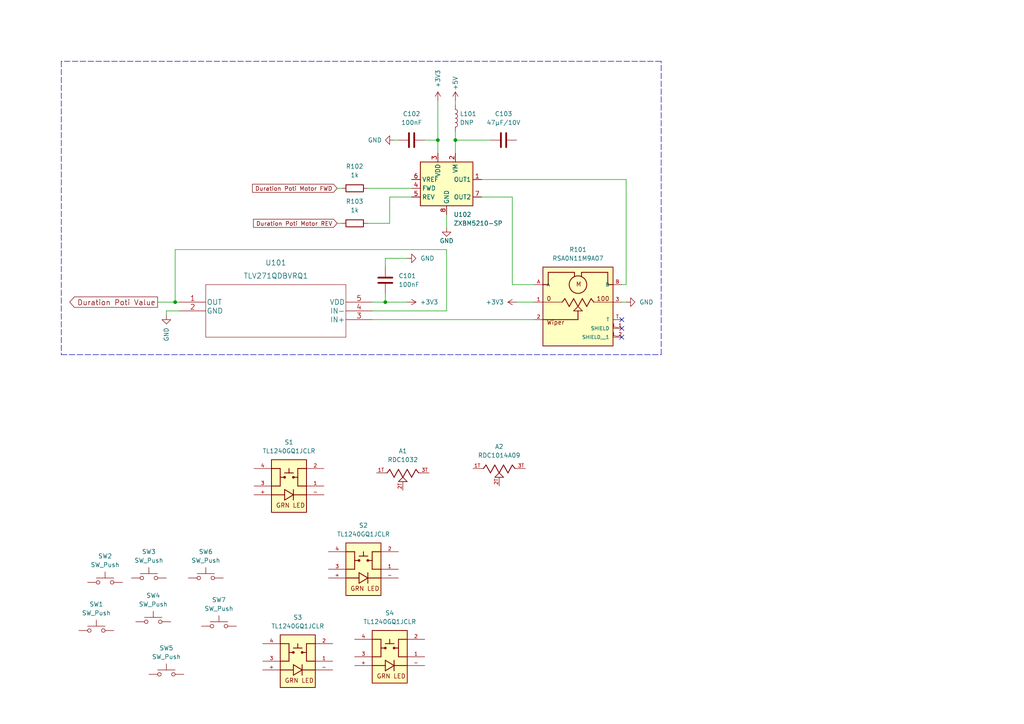
<source format=kicad_sch>
(kicad_sch (version 20211123) (generator eeschema)
  (paper "A4")
  (title_block (title "Winamp") (date "2023-04-05") (rev "1.0") (comment 1 "MIT") (comment 2 "Copyright (©) 2023, André Fiedler <mail@andrefiedler.de>"))
  (lib_symbols
    (symbol "Device:C" (pin_numbers hide) (pin_names (offset 0.254))
      (property "Reference" "C" (at 0.635 2.54 0))
      (property "Value" "C" (at 0.635 -2.54 0))
      (symbol "C_0_1"
        (polyline (pts (xy -2.032 -0.762) (xy 2.032 -0.762)) (stroke (width 0.508)))
        (polyline (pts (xy -2.032 0.762) (xy 2.032 0.762)) (stroke (width 0.508)))
      )
      (symbol "C_1_1"
        (pin passive line (at 0 3.81 270) (length 2.794) (name "~") (number "1"))
        (pin passive line (at 0 -3.81 90) (length 2.794) (name "~") (number "2"))
      )
    )
    (symbol "Device:L" (pin_numbers hide) (pin_names (offset 1.016) hide)
      (property "Reference" "L" (at -1.27 0 90))
      (property "Value" "L" (at 1.905 0 90))
      (symbol "L_0_1"
        (arc (start 0 -2.54) (mid 0.635 -1.905) (end 0 -1.27))
        (arc (start 0 -1.27) (mid 0.635 -0.635) (end 0 0))
        (arc (start 0 0) (mid 0.635 0.635) (end 0 1.27))
        (arc (start 0 1.27) (mid 0.635 1.905) (end 0 2.54))
      )
      (symbol "L_1_1"
        (pin passive line (at 0 3.81 270) (length 1.27) (name "1") (number "1"))
        (pin passive line (at 0 -3.81 90) (length 1.27) (name "2") (number "2"))
      )
    )
    (symbol "Device:R" (pin_numbers hide) (pin_names (offset 0))
      (property "Reference" "R" (at 2.032 0 90))
      (property "Value" "R" (at 0 0 90))
      (symbol "R_0_1"
        (rectangle (start -1.016 -2.54) (end 1.016 2.54) (stroke (width 0.254)))
      )
      (symbol "R_1_1"
        (pin passive line (at 0 3.81 270) (length 1.27) (name "~") (number "1"))
        (pin passive line (at 0 -3.81 90) (length 1.27) (name "~") (number "2"))
      )
    )
    (symbol "Driver_Motor:ZXBM5210-SP"
      (property "Reference" "U" (at -7.62 8.89 0))
      (property "Value" "ZXBM5210-SP" (at 10.16 8.89 0))
      (symbol "ZXBM5210-SP_0_0"
        (pin output line (at 10.16 2.54 180) (length 2.54) (name "OUT1") (number "1"))
        (pin power_in line (at 2.54 10.16 270) (length 2.54) (name "VM") (number "2"))
        (pin power_in line (at -2.54 10.16 270) (length 2.54) (name "VDD") (number "3"))
        (pin input line (at -10.16 0 0) (length 2.54) (name "FWD") (number "4"))
        (pin input line (at -10.16 -2.54 0) (length 2.54) (name "REV") (number "5"))
        (pin input line (at -10.16 2.54 0) (length 2.54) (name "VREF") (number "6"))
        (pin output line (at 10.16 -2.54 180) (length 2.54) (name "OUT2") (number "7"))
        (pin power_in line (at 0 -7.62 90) (length 2.54) (name "GND") (number "8"))
        (pin passive line (at 0 -7.62 90) (length 2.54) hide (name "GND") (number "9"))
      )
      (symbol "ZXBM5210-SP_0_1"
        (rectangle (start -7.62 7.62) (end 7.62 -5.08) (stroke (width 0.254)) (fill (type background)))
      )
    )
    (symbol "RDC1014A09:RDC1014A09" (pin_names (offset 1.016))
      (property "Reference" "A" (at -5.08 5.08 0))
      (property "Value" "RDC1014A09" (at -5.08 2.54 0))
      (symbol "RDC1014A09_0_0"
        (polyline (pts (xy -5.08 0) (xy -4.572 0)) (stroke (width 0.1524)))
        (polyline (pts (xy -4.572 0) (xy -3.81 1.016)) (stroke (width 0.254)))
        (polyline (pts (xy -3.81 1.016) (xy -2.54 -1.27)) (stroke (width 0.254)))
        (polyline (pts (xy -2.54 -1.27) (xy -1.27 1.016)) (stroke (width 0.254)))
        (polyline (pts (xy -1.27 -2.54) (xy 0 -1.27)) (stroke (width 0.2032)))
        (polyline (pts (xy -1.27 1.016) (xy 0 -1.27)) (stroke (width 0.254)))
        (polyline (pts (xy 0 -1.27) (xy 1.27 -2.54)) (stroke (width 0.2032)))
        (polyline (pts (xy 0 -1.27) (xy 1.27 1.016)) (stroke (width 0.254)))
        (polyline (pts (xy 1.27 -2.54) (xy -1.27 -2.54)) (stroke (width 0.2032)))
        (polyline (pts (xy 1.27 1.016) (xy 2.54 -1.27)) (stroke (width 0.254)))
        (polyline (pts (xy 2.54 -1.27) (xy 3.81 1.016)) (stroke (width 0.254)))
        (polyline (pts (xy 3.81 1.016) (xy 4.572 0)) (stroke (width 0.254)))
        (polyline (pts (xy 4.572 0) (xy 5.08 0)) (stroke (width 0.1524)))
        (pin passive line (at -7.62 0 0) (length 2.54) (name "~") (number "1T"))
        (pin passive line (at 0 -5.08 90) (length 2.54) (name "~") (number "2T"))
        (pin passive line (at 7.62 0 180) (length 2.54) (name "~") (number "3T"))
      )
    )
    (symbol "RDC1032:RDC1032" (pin_names (offset 1.016))
      (property "Reference" "A" (at -5.08 5.08 0))
      (property "Value" "RDC1032" (at -5.08 2.54 0))
      (symbol "RDC1032_0_0"
        (polyline (pts (xy -5.08 0) (xy -4.572 0)) (stroke (width 0.1524)))
        (polyline (pts (xy -4.572 0) (xy -3.81 1.016)) (stroke (width 0.254)))
        (polyline (pts (xy -3.81 1.016) (xy -2.54 -1.27)) (stroke (width 0.254)))
        (polyline (pts (xy -2.54 -1.27) (xy -1.27 1.016)) (stroke (width 0.254)))
        (polyline (pts (xy -1.27 -2.54) (xy 0 -1.27)) (stroke (width 0.2032)))
        (polyline (pts (xy -1.27 1.016) (xy 0 -1.27)) (stroke (width 0.254)))
        (polyline (pts (xy 0 -1.27) (xy 1.27 -2.54)) (stroke (width 0.2032)))
        (polyline (pts (xy 0 -1.27) (xy 1.27 1.016)) (stroke (width 0.254)))
        (polyline (pts (xy 1.27 -2.54) (xy -1.27 -2.54)) (stroke (width 0.2032)))
        (polyline (pts (xy 1.27 1.016) (xy 2.54 -1.27)) (stroke (width 0.254)))
        (polyline (pts (xy 2.54 -1.27) (xy 3.81 1.016)) (stroke (width 0.254)))
        (polyline (pts (xy 3.81 1.016) (xy 4.572 0)) (stroke (width 0.254)))
        (polyline (pts (xy 4.572 0) (xy 5.08 0)) (stroke (width 0.1524)))
        (pin passive line (at -7.62 0 0) (length 2.54) (name "~") (number "1T"))
        (pin passive line (at 0 -5.08 90) (length 2.54) (name "~") (number "2T"))
        (pin passive line (at 7.62 0 180) (length 2.54) (name "~") (number "3T"))
      )
    )
    (symbol "RSA0N11M9A07:RSA0N11M9A07" (pin_names (offset 1.016))
      (property "Reference" "R" (at -10.16 12.192 0))
      (property "Value" "RSA0N11M9A07" (at -10.16 -14.732 0))
      (symbol "RSA0N11M9A07_0_0"
        (rectangle (start -10.16 -12.7) (end 10.16 10.16) (stroke (width 0.254)) (fill (type background)))
        (polyline (pts (xy -10.16 0) (xy -4.572 0)) (stroke (width 0.1524)))
        (polyline (pts (xy -10.16 5.08) (xy -8.636 5.08)) (stroke (width 0.254)))
        (polyline (pts (xy -8.636 5.08) (xy -8.636 8.636)) (stroke (width 0.254)))
        (polyline (pts (xy -8.636 8.636) (xy -1.016 8.636)) (stroke (width 0.254)))
        (polyline (pts (xy -4.572 0) (xy -3.81 1.016)) (stroke (width 0.254)))
        (polyline (pts (xy -3.81 1.016) (xy -2.54 -1.27)) (stroke (width 0.254)))
        (polyline (pts (xy -2.54 -1.27) (xy -1.27 1.016)) (stroke (width 0.254)))
        (polyline (pts (xy -1.27 -2.54) (xy 0 -1.27)) (stroke (width 0.2032)))
        (polyline (pts (xy -1.27 1.016) (xy 0 -1.27)) (stroke (width 0.254)))
        (polyline (pts (xy -1.016 8.636) (xy -1.016 7.366)) (stroke (width 0.254)))
        (polyline (pts (xy 0 -5.08) (xy -10.16 -5.08)) (stroke (width 0.254)))
        (polyline (pts (xy 0 -2.54) (xy -1.27 -2.54)) (stroke (width 0.2032)))
        (polyline (pts (xy 0 -2.54) (xy 0 -5.08)) (stroke (width 0.254)))
        (polyline (pts (xy 0 -1.27) (xy 1.27 -2.54)) (stroke (width 0.2032)))
        (polyline (pts (xy 0 -1.27) (xy 1.27 1.016)) (stroke (width 0.254)))
        (polyline (pts (xy 1.016 7.366) (xy 1.016 8.636)) (stroke (width 0.254)))
        (polyline (pts (xy 1.016 8.636) (xy 8.636 8.636)) (stroke (width 0.254)))
        (polyline (pts (xy 1.27 -2.54) (xy 0 -2.54)) (stroke (width 0.2032)))
        (polyline (pts (xy 1.27 1.016) (xy 2.54 -1.27)) (stroke (width 0.254)))
        (polyline (pts (xy 2.54 -1.27) (xy 3.81 1.016)) (stroke (width 0.254)))
        (polyline (pts (xy 3.81 1.016) (xy 4.572 0)) (stroke (width 0.254)))
        (polyline (pts (xy 4.572 0) (xy 10.16 0)) (stroke (width 0.1524)))
        (polyline (pts (xy 8.636 5.08) (xy 10.16 5.08)) (stroke (width 0.254)))
        (polyline (pts (xy 8.636 8.636) (xy 8.636 5.08)) (stroke (width 0.254)))
        (circle (center 0 5.08) (radius 2.54) (stroke (width 0.254)))
        (text "0" (at -9.144 0.254 0) (effects (font (size 1.27 1.27)) (justify left bottom)))
        (text "100" (at 5.334 0.254 0) (effects (font (size 1.27 1.27)) (justify left bottom)))
        (text "M" (at -0.635 4.445 0) (effects (font (size 1.27 1.27)) (justify left bottom)))
        (text "Wiper" (at -9.144 -6.604 0) (effects (font (size 1.27 1.27)) (justify left bottom)))
        (pin passive line (at -12.7 0 0) (length 2.54) (name "~") (number "1"))
        (pin passive line (at -12.7 -5.08 0) (length 2.54) (name "~") (number "2"))
        (pin passive line (at 12.7 0 180) (length 2.54) (name "~") (number "3"))
        (pin passive line (at -12.7 5.08 0) (length 2.54) (name "A") (number "A"))
        (pin passive line (at 12.7 5.08 180) (length 2.54) (name "B") (number "B"))
        (pin passive line (at 12.7 -7.62 180) (length 2.54) (name "SHIELD") (number "L_1"))
        (pin passive line (at 12.7 -10.16 180) (length 2.54) (name "SHIELD__1") (number "L_2"))
        (pin passive line (at 12.7 -5.08 180) (length 2.54) (name "T") (number "T"))
      )
    )
    (symbol "Switch:SW_Push" (pin_numbers hide) (pin_names (offset 1.016) hide)
      (property "Reference" "SW" (at 1.27 2.54 0))
      (property "Value" "SW_Push" (at 0 -1.524 0))
      (symbol "SW_Push_0_1"
        (circle (center -2.032 0) (radius 0.508))
        (polyline (pts (xy 0 1.27) (xy 0 3.048)))
        (polyline (pts (xy 2.54 1.27) (xy -2.54 1.27)))
        (circle (center 2.032 0) (radius 0.508))
        (pin passive line (at -5.08 0 0) (length 2.54) (name "1") (number "1"))
        (pin passive line (at 5.08 0 180) (length 2.54) (name "2") (number "2"))
      )
    )
    (symbol "TL1240GQ1JCLR:TL1240GQ1JCLR" (pin_names (offset 1.016))
      (property "Reference" "S" (at -5.08 8.382 0))
      (property "Value" "TL1240GQ1JCLR" (at -5.08 -10.16 0))
      (symbol "TL1240GQ1JCLR_0_0"
        (rectangle (start -5.08 -7.62) (end 5.08 7.62) (stroke (width 0.254)) (fill (type background)))
        (circle (center -1.27 2.54) (radius 0.254) (stroke (width 0.254)))
        (polyline (pts (xy -5.08 -2.54) (xy -1.27 -2.54)) (stroke (width 0.254)))
        (polyline (pts (xy -5.08 0) (xy -2.54 0)) (stroke (width 0.254)))
        (polyline (pts (xy -5.08 5.08) (xy -2.54 5.08)) (stroke (width 0.254)))
        (polyline (pts (xy -2.54 0) (xy -2.54 2.54)) (stroke (width 0.254)))
        (polyline (pts (xy -2.54 2.54) (xy -2.54 5.08)) (stroke (width 0.254)))
        (polyline (pts (xy -2.54 2.54) (xy -1.27 2.54)) (stroke (width 0.254)))
        (polyline (pts (xy -1.27 -4.064) (xy -1.27 -1.016)) (stroke (width 0.254)))
        (polyline (pts (xy -1.27 -1.016) (xy 1.27 -2.54)) (stroke (width 0.254)))
        (polyline (pts (xy -1.27 3.81) (xy 0 3.81)) (stroke (width 0.254)))
        (polyline (pts (xy 0 3.81) (xy 0 5.08)) (stroke (width 0.254)))
        (polyline (pts (xy 0 3.81) (xy 1.27 3.81)) (stroke (width 0.254)))
        (polyline (pts (xy 1.27 -4.064) (xy 1.27 -2.54)) (stroke (width 0.254)))
        (polyline (pts (xy 1.27 -2.54) (xy -1.27 -4.064)) (stroke (width 0.254)))
        (polyline (pts (xy 1.27 -2.54) (xy 1.27 -1.016)) (stroke (width 0.254)))
        (polyline (pts (xy 1.27 2.54) (xy 2.54 2.54)) (stroke (width 0.254)))
        (polyline (pts (xy 2.54 0) (xy 2.54 2.54)) (stroke (width 0.254)))
        (polyline (pts (xy 2.54 0) (xy 5.08 0)) (stroke (width 0.254)))
        (polyline (pts (xy 2.54 2.54) (xy 2.54 5.08)) (stroke (width 0.254)))
        (polyline (pts (xy 2.54 5.08) (xy 5.08 5.08)) (stroke (width 0.254)))
        (polyline (pts (xy 5.08 -2.54) (xy 1.27 -2.54)) (stroke (width 0.254)))
        (circle (center 1.27 2.54) (radius 0.254) (stroke (width 0.254)))
        (text "GRN LED" (at -3.81 -6.35 0) (effects (font (size 1.27 1.27)) (justify left bottom)))
        (pin passive line (at -10.16 -2.54 0) (length 5.08) (name "~") (number "+"))
        (pin passive line (at 10.16 -2.54 180) (length 5.08) (name "~") (number "-"))
        (pin passive line (at 10.16 0 180) (length 5.08) (name "~") (number "1"))
        (pin passive line (at 10.16 5.08 180) (length 5.08) (name "~") (number "2"))
        (pin passive line (at -10.16 0 0) (length 5.08) (name "~") (number "3"))
        (pin passive line (at -10.16 5.08 0) (length 5.08) (name "~") (number "4"))
      )
    )
    (symbol "TLV271QDBVRQ1:TLV271QDBVRQ1" (pin_names (offset 0.254))
      (property "Reference" "U" (at 27.94 10.16 0))
      (property "Value" "TLV271QDBVRQ1" (at 27.94 7.62 0))
      (symbol "TLV271QDBVRQ1_1_1"
        (polyline (pts (xy 7.62 -10.16) (xy 48.26 -10.16)) (stroke (width 0.127)))
        (polyline (pts (xy 7.62 5.08) (xy 7.62 -10.16)) (stroke (width 0.127)))
        (polyline (pts (xy 48.26 -10.16) (xy 48.26 5.08)) (stroke (width 0.127)))
        (polyline (pts (xy 48.26 5.08) (xy 7.62 5.08)) (stroke (width 0.127)))
        (pin output line (at 0 0 0) (length 7.62) (name "OUT") (number "1"))
        (pin power_in line (at 0 -2.54 0) (length 7.62) (name "GND") (number "2"))
        (pin input line (at 55.88 -5.08 180) (length 7.62) (name "IN+") (number "3"))
        (pin input line (at 55.88 -2.54 180) (length 7.62) (name "IN-") (number "4"))
        (pin power_in line (at 55.88 0 180) (length 7.62) (name "VDD") (number "5"))
      )
    )
    (symbol "power:+3.3V" (power) (pin_names (offset 0))
      (property "Value" "+3.3V" (at 0 3.556 0))
      (symbol "+3.3V_0_1"
        (polyline (pts (xy -0.762 1.27) (xy 0 2.54)))
        (polyline (pts (xy 0 0) (xy 0 2.54)))
        (polyline (pts (xy 0 2.54) (xy 0.762 1.27)))
      )
      (symbol "+3.3V_1_1"
        (pin power_in line (at 0 0 90) (length 0) hide (name "+3V3") (number "1"))
      )
    )
    (symbol "power:+5V" (power) (pin_names (offset 0))
      (property "Value" "+5V" (at 0 3.556 0))
      (symbol "+5V_0_1"
        (polyline (pts (xy -0.762 1.27) (xy 0 2.54)))
        (polyline (pts (xy 0 0) (xy 0 2.54)))
        (polyline (pts (xy 0 2.54) (xy 0.762 1.27)))
      )
      (symbol "+5V_1_1"
        (pin power_in line (at 0 0 90) (length 0) hide (name "+5V") (number "1"))
      )
    )
    (symbol "power:GND" (power) (pin_names (offset 0))
      (property "Value" "GND" (at 0 -3.81 0))
      (symbol "GND_0_1"
        (polyline (pts (xy 0 0) (xy 0 -1.27) (xy 1.27 -1.27) (xy 0 -2.54) (xy -1.27 -1.27) (xy 0 -1.27)))
      )
      (symbol "GND_1_1"
        (pin power_in line (at 0 0 270) (length 0) hide (name "GND") (number "1"))
      )
    )
  )
  (junction (at 127 40.64))
  (junction (at 111.76 87.63))
  (junction (at 50.8 87.63))
  (junction (at 132.08 40.64))
  (no_connect (at 180.34 95.25))
  (no_connect (at 180.34 97.79))
  (no_connect (at 180.34 92.71))
  (wire (pts (xy 48.26 90.17) (xy 48.26 91.44)))
  (wire (pts (xy 129.54 62.23) (xy 129.54 66.04)))
  (wire (pts (xy 50.8 72.39) (xy 50.8 87.63)))
  (wire (pts (xy 129.54 90.17) (xy 107.95 90.17)))
  (wire (pts (xy 180.34 87.63) (xy 181.61 87.63)))
  (polyline (pts (xy 17.78 102.87) (xy 191.77 102.87)))
  (wire (pts (xy 114.3 40.64) (xy 115.57 40.64)))
  (wire (pts (xy 119.38 57.15) (xy 113.03 57.15)))
  (wire (pts (xy 107.95 92.71) (xy 154.94 92.71)))
  (wire (pts (xy 132.08 29.21) (xy 132.08 30.48)))
  (wire (pts (xy 127 40.64) (xy 127 44.45)))
  (wire (pts (xy 111.76 85.09) (xy 111.76 87.63)))
  (wire (pts (xy 99.06 54.61) (xy 97.79 54.61)))
  (wire (pts (xy 139.7 52.07) (xy 181.61 52.07)))
  (wire (pts (xy 111.76 87.63) (xy 118.11 87.63)))
  (wire (pts (xy 113.03 64.77) (xy 106.68 64.77)))
  (wire (pts (xy 148.59 57.15) (xy 148.59 82.55)))
  (wire (pts (xy 52.07 90.17) (xy 48.26 90.17)))
  (wire (pts (xy 118.11 74.93) (xy 111.76 74.93)))
  (wire (pts (xy 113.03 57.15) (xy 113.03 64.77)))
  (wire (pts (xy 132.08 38.1) (xy 132.08 40.64)))
  (wire (pts (xy 127 29.21) (xy 127 40.64)))
  (wire (pts (xy 148.59 82.55) (xy 154.94 82.55)))
  (wire (pts (xy 45.72 87.63) (xy 50.8 87.63)))
  (wire (pts (xy 139.7 57.15) (xy 148.59 57.15)))
  (wire (pts (xy 181.61 52.07) (xy 181.61 82.55)))
  (wire (pts (xy 50.8 72.39) (xy 129.54 72.39)))
  (wire (pts (xy 149.86 87.63) (xy 154.94 87.63)))
  (wire (pts (xy 99.06 64.77) (xy 97.79 64.77)))
  (polyline (pts (xy 191.77 102.87) (xy 191.77 17.78)))
  (wire (pts (xy 107.95 87.63) (xy 111.76 87.63)))
  (wire (pts (xy 132.08 40.64) (xy 132.08 44.45)))
  (wire (pts (xy 50.8 87.63) (xy 52.07 87.63)))
  (wire (pts (xy 181.61 82.55) (xy 180.34 82.55)))
  (wire (pts (xy 129.54 72.39) (xy 129.54 90.17)))
  (polyline (pts (xy 191.77 17.78) (xy 17.78 17.78)))
  (wire (pts (xy 106.68 54.61) (xy 119.38 54.61)))
  (wire (pts (xy 111.76 74.93) (xy 111.76 77.47)))
  (polyline (pts (xy 17.78 17.78) (xy 17.78 102.87)))
  (wire (pts (xy 132.08 40.64) (xy 142.24 40.64)))
  (wire (pts (xy 123.19 40.64) (xy 127 40.64)))
  (global_label "Duration Poti Value" (shape output) (at 45.72 87.63 180) (effects (font (size 1.524 1.524))) (property "Intersheet References" "${INTERSHEET_REFS}" (effects hide)))
  (global_label "Duration Poti Motor REV" (shape input) (at 97.79 64.77 180) (effects (font (size 1.1938 1.1938))) (property "Intersheet References" "${INTERSHEET_REFS}" (effects hide)))
  (global_label "Duration Poti Motor FWD" (shape input) (at 97.79 54.61 180) (effects (font (size 1.1938 1.1938))) (property "Intersheet References" "${INTERSHEET_REFS}" (effects hide)))
  (symbol (lib_id "RDC1032:RDC1032") (at 116.84 137.16 0) (unit 1)
    (property "Reference" "A1" (at 116.84 130.81 0))
    (property "Value" "RDC1032" (at 116.84 133.35 0))
    (property "Footprint" "RDC1032:XDCR_RDC1032" (effects hide))
    (property "PARTREV" "28/06/21" (effects hide))
    (property "SNAPEDA_PN" "RDC1032" (effects hide))
    (property "MANUFACTURER" "Alps" (effects hide))
    (property "STANDARD" "Manufacturer Recommendations" (effects hide))
    (property "MAXIMUM_PACKAGE_HEIGHT" "8.10mm" (effects hide))
  )
  (symbol (lib_id "power:+3.3V") (at 127 29.21 0) (unit 1)
    (property "Reference" "#PWR0105" (effects hide))
    (property "Value" "+3.3V" (at 127 22.86 90))
  )
  (symbol (lib_id "power:GND") (at 48.26 91.44 0) (unit 1)
    (property "Reference" "#PWR0107" (effects hide))
    (property "Value" "GND" (at 48.26 99.06 90) (effects (justify left)))
  )
  (symbol (lib_id "RSA0N11M9A07:RSA0N11M9A07") (at 167.64 87.63 0) (unit 1)
    (property "Reference" "R101" (at 167.64 72.39 0))
    (property "Value" "RSA0N11M9A07" (at 167.64 74.93 0))
    (property "Footprint" "RSA0N11M9A07:TRIM_RSA0N11M9A07" (effects hide))
    (property "MANUFACTURER" "Alps" (effects hide))
    (property "PARTREV" "N/A" (effects hide))
    (property "SNAPEDA_PN" "RSA0N11M9A07" (effects hide))
    (property "STANDARD" "Manufacturer Recommendations" (effects hide))
    (property "MAXIMUM_PACKAGE_HEIGHT" "34.70mm" (effects hide))
  )
  (symbol (lib_id "TL1240GQ1JCLR:TL1240GQ1JCLR") (at 86.36 191.77 0) (unit 1)
    (property "Reference" "S3" (at 86.36 179.07 0))
    (property "Value" "TL1240GQ1JCLR" (at 86.36 181.61 0))
    (property "Footprint" "TL1240GQ1JCLR:SW_TL1240GQ1JCLR" (effects hide))
    (property "MANUFACTURER" "E-Switch" (effects hide))
    (property "PARTREV" "B" (effects hide))
    (property "STANDARD" "Manufacturer Recommendations" (effects hide))
    (property "MAXIMUM_PACKAGE_HEIGHT" "7.18.2022" (effects hide))
    (property "SNAPEDA_PN" "TL1240GQ1JCLR" (effects hide))
  )
  (symbol (lib_id "Switch:SW_Push") (at 59.69 167.64 0) (unit 1)
    (property "Reference" "SW6" (at 59.69 160.02 0))
    (property "Value" "SW_Push" (at 59.69 162.56 0))
    (property "Footprint" "Buttons_Switches_THT:SW_PUSH_6mm_h7.3mm" (effects hide))
  )
  (symbol (lib_id "Device:R") (at 102.87 64.77 90) (unit 1)
    (property "Reference" "R103" (at 102.87 58.42 90))
    (property "Value" "1k" (at 102.87 60.96 90))
    (property "Footprint" "Resistor_SMD:R_0603_1608Metric_Pad0.98x0.95mm_HandSolder" (effects hide))
  )
  (symbol (lib_id "RDC1014A09:RDC1014A09") (at 144.78 135.89 0) (unit 1)
    (property "Reference" "A2" (at 144.78 129.54 0))
    (property "Value" "RDC1014A09" (at 144.78 132.08 0))
    (property "Footprint" "RDC1014A09:XDCR_RDC1014A09" (effects hide))
    (property "MANUFACTURER" "Alps" (effects hide))
    (property "SNAPEDA_PN" "RDC1014A09" (effects hide))
    (property "STANDARD" "Manufacturer Recommendations" (effects hide))
    (property "PARTREV" "28/06/21" (effects hide))
    (property "MAXIMUM_PACKAGE_HEIGHT" "8.10mm" (effects hide))
  )
  (symbol (lib_id "Device:L") (at 132.08 34.29 0) (unit 1)
    (property "Reference" "L101" (at 133.35 33.0199 0) (effects (justify left)))
    (property "Value" "DNP" (at 133.35 35.56 0) (effects (justify left)))
  )
  (symbol (lib_id "Switch:SW_Push") (at 48.26 195.58 0) (unit 1)
    (property "Reference" "SW5" (at 48.26 187.96 0))
    (property "Value" "SW_Push" (at 48.26 190.5 0))
    (property "Footprint" "Buttons_Switches_THT:SW_PUSH_6mm_h7.3mm" (effects hide))
  )
  (symbol (lib_id "Switch:SW_Push") (at 27.94 182.88 0) (unit 1)
    (property "Reference" "SW1" (at 27.94 175.26 0))
    (property "Value" "SW_Push" (at 27.94 177.8 0))
    (property "Footprint" "Buttons_Switches_THT:SW_PUSH_6mm_h7.3mm" (effects hide))
  )
  (symbol (lib_id "Switch:SW_Push") (at 44.45 180.34 0) (unit 1)
    (property "Reference" "SW4" (at 44.45 172.72 0))
    (property "Value" "SW_Push" (at 44.45 175.26 0))
    (property "Footprint" "Buttons_Switches_THT:SW_PUSH_6mm_h7.3mm" (effects hide))
  )
  (symbol (lib_id "TL1240GQ1JCLR:TL1240GQ1JCLR") (at 113.03 190.5 0) (unit 1)
    (property "Reference" "S4" (at 113.03 177.8 0))
    (property "Value" "TL1240GQ1JCLR" (at 113.03 180.34 0))
    (property "Footprint" "TL1240GQ1JCLR:SW_TL1240GQ1JCLR" (effects hide))
    (property "MANUFACTURER" "E-Switch" (effects hide))
    (property "PARTREV" "B" (effects hide))
    (property "STANDARD" "Manufacturer Recommendations" (effects hide))
    (property "MAXIMUM_PACKAGE_HEIGHT" "7.18.2022" (effects hide))
    (property "SNAPEDA_PN" "TL1240GQ1JCLR" (effects hide))
  )
  (symbol (lib_id "Switch:SW_Push") (at 43.18 167.64 0) (unit 1)
    (property "Reference" "SW3" (at 43.18 160.02 0))
    (property "Value" "SW_Push" (at 43.18 162.56 0))
    (property "Footprint" "Buttons_Switches_THT:SW_PUSH_6mm_h7.3mm" (effects hide))
  )
  (symbol (lib_id "power:GND") (at 129.54 66.04 0) (unit 1)
    (property "Reference" "#PWR0101" (effects hide))
    (property "Value" "GND" (at 129.54 69.85 0))
  )
  (symbol (lib_id "power:+5V") (at 132.08 29.21 0) (unit 1)
    (property "Reference" "#PWR0106" (effects hide))
    (property "Value" "+5V" (at 132.08 24.13 90))
  )
  (symbol (lib_id "Device:R") (at 102.87 54.61 90) (unit 1)
    (property "Reference" "R102" (at 102.87 48.26 90))
    (property "Value" "1k" (at 102.87 50.8 90))
    (property "Footprint" "Resistor_SMD:R_0603_1608Metric_Pad0.98x0.95mm_HandSolder" (effects hide))
  )
  (symbol (lib_id "power:GND") (at 181.61 87.63 90) (unit 1)
    (property "Reference" "#PWR0108" (effects hide))
    (property "Value" "GND" (at 185.42 87.6299 90) (effects (justify right)))
  )
  (symbol (lib_id "Driver_Motor:ZXBM5210-SP") (at 129.54 54.61 0) (unit 1)
    (property "Reference" "U102" (at 131.5594 62.23 0) (effects (justify left)))
    (property "Value" "ZXBM5210-SP" (at 131.5594 64.77 0) (effects (justify left)))
    (property "Footprint" "Package_SO:Diodes_SO-8EP" (effects hide))
    (property "Datasheet" "https://www.diodes.com/assets/Datasheets/ZXBM5210.pdf" (effects hide))
  )
  (symbol (lib_id "Switch:SW_Push") (at 30.48 168.91 0) (unit 1)
    (property "Reference" "SW2" (at 30.48 161.29 0))
    (property "Value" "SW_Push" (at 30.48 163.83 0))
    (property "Footprint" "Buttons_Switches_THT:SW_PUSH_6mm_h7.3mm" (effects hide))
  )
  (symbol (lib_id "Switch:SW_Push") (at 63.5 181.61 0) (unit 1)
    (property "Reference" "SW7" (at 63.5 173.99 0))
    (property "Value" "SW_Push" (at 63.5 176.53 0))
    (property "Footprint" "Buttons_Switches_THT:SW_PUSH_6mm_h7.3mm" (effects hide))
  )
  (symbol (lib_id "Device:C") (at 146.05 40.64 90) (unit 1)
    (property "Reference" "C103" (at 146.05 33.02 90))
    (property "Value" "47µF/10V" (at 146.05 35.56 90))
    (property "Footprint" "Capacitor_SMD:C_0603_1608Metric_Pad1.08x0.95mm_HandSolder" (effects hide))
  )
  (symbol (lib_id "TL1240GQ1JCLR:TL1240GQ1JCLR") (at 83.82 140.97 0) (unit 1)
    (property "Reference" "S1" (at 83.82 128.27 0))
    (property "Value" "TL1240GQ1JCLR" (at 83.82 130.81 0))
    (property "Footprint" "TL1240GQ1JCLR:SW_TL1240GQ1JCLR" (effects hide))
    (property "MANUFACTURER" "E-Switch" (effects hide))
    (property "PARTREV" "B" (effects hide))
    (property "STANDARD" "Manufacturer Recommendations" (effects hide))
    (property "MAXIMUM_PACKAGE_HEIGHT" "7.18.2022" (effects hide))
    (property "SNAPEDA_PN" "TL1240GQ1JCLR" (effects hide))
  )
  (symbol (lib_id "TLV271QDBVRQ1:TLV271QDBVRQ1") (at 52.07 87.63 0) (unit 1)
    (property "Reference" "U101" (at 80.01 76.2 0) (effects (font (size 1.524 1.524))))
    (property "Value" "TLV271QDBVRQ1" (at 80.01 80.01 0) (effects (font (size 1.524 1.524))))
    (property "Footprint" "TLV271QDBVRQ1:TLV271QDBVRQ1" (effects hide))
  )
  (symbol (lib_id "TL1240GQ1JCLR:TL1240GQ1JCLR") (at 105.41 165.1 0) (unit 1)
    (property "Reference" "S2" (at 105.41 152.4 0))
    (property "Value" "TL1240GQ1JCLR" (at 105.41 154.94 0))
    (property "Footprint" "TL1240GQ1JCLR:SW_TL1240GQ1JCLR" (effects hide))
    (property "MANUFACTURER" "E-Switch" (effects hide))
    (property "PARTREV" "B" (effects hide))
    (property "STANDARD" "Manufacturer Recommendations" (effects hide))
    (property "MAXIMUM_PACKAGE_HEIGHT" "7.18.2022" (effects hide))
    (property "SNAPEDA_PN" "TL1240GQ1JCLR" (effects hide))
  )
  (symbol (lib_id "Device:C") (at 111.76 81.28 0) (unit 1)
    (property "Reference" "C101" (at 115.57 80.0099 0) (effects (justify left)))
    (property "Value" "100nF" (at 115.57 82.5499 0) (effects (justify left)))
    (property "Footprint" "Capacitor_SMD:C_0603_1608Metric_Pad1.08x0.95mm_HandSolder" (effects hide))
  )
  (symbol (lib_id "power:GND") (at 114.3 40.64 270) (unit 1)
    (property "Reference" "#PWR0104" (effects hide))
    (property "Value" "GND" (at 106.68 40.64 90) (effects (justify left)))
  )
  (symbol (lib_id "Device:C") (at 119.38 40.64 90) (unit 1)
    (property "Reference" "C102" (at 119.38 33.02 90))
    (property "Value" "100nF" (at 119.38 35.56 90))
    (property "Footprint" "Capacitor_SMD:C_0603_1608Metric_Pad1.08x0.95mm_HandSolder" (effects hide))
  )
  (symbol (lib_id "power:+3.3V") (at 118.11 87.63 270) (unit 1)
    (property "Reference" "#PWR0109" (effects hide))
    (property "Value" "+3.3V" (at 124.46 87.63 90))
  )
  (symbol (lib_id "power:GND") (at 118.11 74.93 90) (unit 1)
    (property "Reference" "#PWR0102" (effects hide))
    (property "Value" "GND" (at 121.92 74.9299 90) (effects (justify right)))
  )
  (symbol (lib_id "power:+3.3V") (at 149.86 87.63 90) (unit 1)
    (property "Reference" "#PWR0103" (effects hide))
    (property "Value" "+3.3V" (at 143.51 87.63 90))
  )
)
</source>
